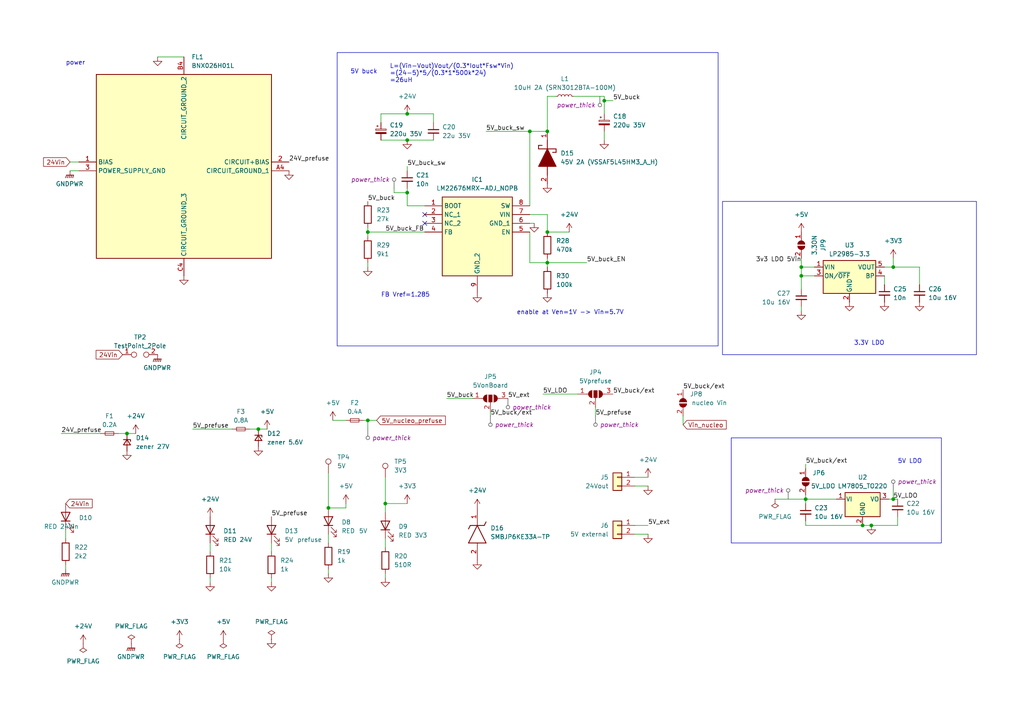
<source format=kicad_sch>
(kicad_sch (version 20230121) (generator eeschema)
  (paper "A4")
  (title_block (title "EP5 dashbaord left board") (date "2024-07-21") (rev "3.0") (company "NTURacing") (comment 1 "郭哲明") (comment 2 "electrical group"))
  (junction (at 118.11 55.88))
  (junction (at 106.68 67.31))
  (junction (at 95.25 147.32))
  (junction (at 175.26 29.21))
  (junction (at 153.67 38.1))
  (junction (at 259.08 77.47))
  (junction (at 158.75 38.1))
  (junction (at 74.93 124.46))
  (junction (at 232.41 80.01))
  (junction (at 232.41 77.47))
  (junction (at 118.11 33.02))
  (junction (at 158.75 76.2))
  (junction (at 106.68 121.92))
  (junction (at 252.73 152.4))
  (junction (at 259.08 144.78))
  (junction (at 233.68 144.78))
  (junction (at 36.83 125.73))
  (junction (at 111.76 146.05))
  (junction (at 250.19 152.4))
  (junction (at 118.11 40.64))
  (junction (at 158.75 67.31))
  (no_connect (at 123.19 64.77))
  (no_connect (at 123.19 62.23))
  (wire (pts (xy 74.93 124.46) (xy 72.39 124.46)))
  (wire (pts (xy 233.68 152.4) (xy 250.19 152.4)))
  (wire (pts (xy 60.96 168.91) (xy 60.96 167.64)))
  (wire (pts (xy 158.75 27.94) (xy 158.75 38.1)))
  (wire (pts (xy 110.49 33.02) (xy 118.11 33.02)))
  (wire (pts (xy 118.11 54.61) (xy 118.11 55.88)))
  (wire (pts (xy 187.96 140.97) (xy 184.15 140.97)))
  (wire (pts (xy 77.47 124.46) (xy 74.93 124.46)))
  (wire (pts (xy 175.26 38.1) (xy 175.26 40.64)))
  (wire (pts (xy 154.94 64.77) (xy 153.67 64.77)))
  (wire (pts (xy 125.73 35.56) (xy 125.73 33.02)))
  (wire (pts (xy 118.11 55.88) (xy 118.11 59.69)))
  (wire (pts (xy 177.8 29.21) (xy 175.26 29.21)))
  (wire (pts (xy 95.25 137.16) (xy 95.25 147.32)))
  (wire (pts (xy 184.15 152.4) (xy 187.96 152.4)))
  (wire (pts (xy 259.08 77.47) (xy 266.7 77.47)))
  (wire (pts (xy 78.74 160.02) (xy 78.74 157.48)))
  (wire (pts (xy 256.54 77.47) (xy 259.08 77.47)))
  (wire (pts (xy 118.11 146.05) (xy 111.76 146.05)))
  (wire (pts (xy 233.68 134.62) (xy 233.68 135.89)))
  (wire (pts (xy 252.73 152.4) (xy 260.35 152.4)))
  (wire (pts (xy 153.67 38.1) (xy 158.75 38.1)))
  (wire (pts (xy 39.37 125.73) (xy 36.83 125.73)))
  (wire (pts (xy 36.83 125.73) (xy 34.29 125.73)))
  (wire (pts (xy 111.76 146.05) (xy 111.76 148.59)))
  (wire (pts (xy 259.08 144.78) (xy 260.35 144.78)))
  (wire (pts (xy 232.41 80.01) (xy 236.22 80.01)))
  (wire (pts (xy 106.68 66.04) (xy 106.68 67.31)))
  (wire (pts (xy 106.68 121.92) (xy 105.41 121.92)))
  (wire (pts (xy 118.11 48.26) (xy 118.11 49.53)))
  (wire (pts (xy 232.41 80.01) (xy 232.41 83.82)))
  (wire (pts (xy 110.49 35.56) (xy 110.49 33.02)))
  (wire (pts (xy 125.73 33.02) (xy 118.11 33.02)))
  (wire (pts (xy 259.08 74.93) (xy 259.08 77.47)))
  (wire (pts (xy 158.75 76.2) (xy 158.75 77.47)))
  (wire (pts (xy 187.96 154.94) (xy 184.15 154.94)))
  (wire (pts (xy 166.37 27.94) (xy 175.26 27.94)))
  (wire (pts (xy 95.25 166.37) (xy 95.25 165.1)))
  (wire (pts (xy 100.33 146.05) (xy 100.33 147.32)))
  (wire (pts (xy 198.12 123.19) (xy 198.12 120.65)))
  (wire (pts (xy 100.33 147.32) (xy 95.25 147.32)))
  (wire (pts (xy 175.26 29.21) (xy 175.26 33.02)))
  (wire (pts (xy 158.75 76.2) (xy 170.18 76.2)))
  (wire (pts (xy 114.3 54.61) (xy 114.3 55.88)))
  (wire (pts (xy 111.76 167.64) (xy 111.76 166.37)))
  (wire (pts (xy 45.72 16.51) (xy 53.34 16.51)))
  (wire (pts (xy 20.32 46.99) (xy 22.86 46.99)))
  (wire (pts (xy 233.68 151.13) (xy 233.68 152.4)))
  (wire (pts (xy 142.24 120.65) (xy 142.24 119.38)))
  (wire (pts (xy 106.68 77.47) (xy 106.68 76.2)))
  (wire (pts (xy 172.72 120.65) (xy 172.72 118.11)))
  (wire (pts (xy 106.68 124.46) (xy 106.68 121.92)))
  (wire (pts (xy 20.32 49.53) (xy 22.86 49.53)))
  (wire (pts (xy 153.67 38.1) (xy 153.67 59.69)))
  (wire (pts (xy 118.11 59.69) (xy 123.19 59.69)))
  (wire (pts (xy 95.25 157.48) (xy 95.25 154.94)))
  (wire (pts (xy 153.67 76.2) (xy 158.75 76.2)))
  (wire (pts (xy 60.96 160.02) (xy 60.96 157.48)))
  (wire (pts (xy 184.15 138.43) (xy 187.96 138.43)))
  (wire (pts (xy 232.41 74.93) (xy 232.41 77.47)))
  (wire (pts (xy 250.19 152.4) (xy 252.73 152.4)))
  (wire (pts (xy 233.68 144.78) (xy 242.57 144.78)))
  (wire (pts (xy 118.11 40.64) (xy 110.49 40.64)))
  (wire (pts (xy 158.75 62.23) (xy 158.75 67.31)))
  (wire (pts (xy 111.76 138.43) (xy 111.76 146.05)))
  (wire (pts (xy 232.41 77.47) (xy 232.41 80.01)))
  (wire (pts (xy 78.74 168.91) (xy 78.74 167.64)))
  (wire (pts (xy 233.68 143.51) (xy 233.68 144.78)))
  (wire (pts (xy 233.68 146.05) (xy 233.68 144.78)))
  (wire (pts (xy 158.75 27.94) (xy 161.29 27.94)))
  (wire (pts (xy 260.35 149.86) (xy 260.35 152.4)))
  (wire (pts (xy 140.97 38.1) (xy 153.67 38.1)))
  (wire (pts (xy 114.3 55.88) (xy 118.11 55.88)))
  (wire (pts (xy 232.41 88.9) (xy 232.41 90.17)))
  (wire (pts (xy 153.67 67.31) (xy 153.67 76.2)))
  (wire (pts (xy 224.79 144.78) (xy 233.68 144.78)))
  (wire (pts (xy 175.26 27.94) (xy 175.26 29.21)))
  (wire (pts (xy 106.68 68.58) (xy 106.68 67.31)))
  (wire (pts (xy 157.48 114.3) (xy 167.64 114.3)))
  (wire (pts (xy 19.05 156.21) (xy 19.05 153.67)))
  (wire (pts (xy 55.88 124.46) (xy 67.31 124.46)))
  (wire (pts (xy 158.75 62.23) (xy 153.67 62.23)))
  (wire (pts (xy 96.52 121.92) (xy 100.33 121.92)))
  (wire (pts (xy 129.54 115.57) (xy 137.16 115.57)))
  (wire (pts (xy 17.78 125.73) (xy 29.21 125.73)))
  (wire (pts (xy 232.41 77.47) (xy 236.22 77.47)))
  (wire (pts (xy 165.1 67.31) (xy 158.75 67.31)))
  (wire (pts (xy 118.11 40.64) (xy 125.73 40.64)))
  (wire (pts (xy 257.81 144.78) (xy 259.08 144.78)))
  (wire (pts (xy 109.22 121.92) (xy 106.68 121.92)))
  (wire (pts (xy 111.76 158.75) (xy 111.76 156.21)))
  (wire (pts (xy 266.7 77.47) (xy 266.7 82.55)))
  (wire (pts (xy 158.75 76.2) (xy 158.75 74.93)))
  (wire (pts (xy 19.05 165.1) (xy 19.05 163.83)))
  (wire (pts (xy 256.54 82.55) (xy 256.54 80.01)))
  (wire (pts (xy 106.68 67.31) (xy 123.19 67.31)))
  (wire (pts (xy 259.08 142.24) (xy 259.08 144.78)))
  (rectangle (start 209.55 58.42) (end 283.21 102.87))
  (rectangle (start 97.79 15.24) (end 208.28 100.33))
  (rectangle (start 212.09 127) (end 273.05 157.48))
  (text "L=(Vin-Vout)Vout/(0.3*Iout*Fsw*Vin)\n=(24-5)*5/(0.3*1*500k*24)\n=26uH" (at 113.03 24.13 0) (effects (font (size 1.27 1.27)) (justify left bottom)))
  (text "enable at Ven=1V -> Vin=5.7V\n" (at 149.86 91.44 0) (effects (font (size 1.27 1.27)) (justify left bottom)))
  (text "5V LDO" (at 260.35 134.62 0) (effects (font (size 1.27 1.27)) (justify left bottom)))
  (text "5V buck" (at 101.6 21.59 0) (effects (font (size 1.27 1.27)) (justify left bottom)))
  (text "3.3V LDO" (at 247.65 100.33 0) (effects (font (size 1.27 1.27)) (justify left bottom)))
  (text "power" (at 19.05 19.05 0) (effects (font (size 1.27 1.27)) (justify left bottom)))
  (text "FB Vref=1.285" (at 110.49 86.36 0) (effects (font (size 1.27 1.27)) (justify left bottom)))
  (label "5V_buck_sw" (at 140.97 38.1 0))
  (label "5V_buck_EN" (at 170.18 76.2 0))
  (label "5V_buck" (at 106.68 58.42 0))
  (label "5V_ext" (at 187.96 152.4 0))
  (label "3v3 LDO 5Vin" (at 232.41 76.2 180))
  (label "5V_buck" (at 129.54 115.57 0))
  (label "5V_buck" (at 177.8 29.21 0))
  (label "5V_prefuse" (at 55.88 124.46 0))
  (label "24V_prefuse" (at 83.82 46.99 0))
  (label "5V_buck{slash}ext" (at 142.24 120.65 0))
  (label "5V_ext" (at 147.32 115.57 0))
  (label "5V_buck{slash}ext" (at 198.12 113.03 0))
  (label "5V_buck_sw" (at 118.11 48.26 0))
  (label "5V_buck_FB" (at 111.76 67.31 0))
  (label "5V_buck{slash}ext" (at 233.68 134.62 0))
  (label "5V_prefuse" (at 78.74 149.86 0))
  (label "24V_prefuse" (at 17.78 125.73 0))
  (label "5V_LDO" (at 259.08 144.78 0))
  (label "5V_buck{slash}ext" (at 177.8 114.3 0))
  (label "5V_prefuse" (at 172.72 120.65 0))
  (label "5V_LDO" (at 157.48 114.3 0))
  (global_label "24Vin" (shape input) (at 19.05 146.05 0) (property "Intersheetrefs" "${INTERSHEET_REFS}" (effects hide)))
  (global_label "24Vin" (shape input) (at 35.56 102.87 180) (property "Intersheetrefs" "${INTERSHEET_REFS}" (effects hide)))
  (global_label "5V_nucleo_prefuse" (shape input) (at 109.22 121.92 0) (property "Intersheetrefs" "${INTERSHEET_REFS}" (effects hide)))
  (global_label "Vin_nucleo" (shape input) (at 198.12 123.19 0) (property "Intersheetrefs" "${INTERSHEET_REFS}" (effects hide)))
  (global_label "24Vin" (shape input) (at 20.32 46.99 180) (property "Intersheetrefs" "${INTERSHEET_REFS}" (effects hide)))
  (netclass_flag "" (length 2.54) (shape round) (at 114.3 54.61 0) (property "Netclass" "power_thick" (at 113.03 52.07 0) (effects (font italic) (justify right))))
  (netclass_flag "" (length 2.54) (shape round) (at 142.24 120.65 180) (property "Netclass" "power_thick" (at 143.51 123.19 0) (effects (font italic) (justify left))))
  (netclass_flag "" (length 2.54) (shape round) (at 147.32 115.57 180) (property "Netclass" "power_thick" (at 148.59 118.11 0) (effects (font italic) (justify left))))
  (netclass_flag "" (length 2.54) (shape round) (at 106.68 124.46 180) (property "Netclass" "power_thick" (at 107.95 127 0) (effects (font italic) (justify left))))
  (netclass_flag "" (length 2.54) (shape round) (at 172.72 120.65 180) (property "Netclass" "power_thick" (at 173.99 123.19 0) (effects (font italic) (justify left))))
  (netclass_flag "" (length 2.54) (shape round) (at 259.08 142.24 0) (property "Netclass" "power_thick" (at 260.35 139.7 0) (effects (font italic) (justify left))))
  (netclass_flag "" (length 2.54) (shape round) (at 228.6 144.78 0) (property "Netclass" "power_thick" (at 227.33 142.24 0) (effects (font italic) (justify right))))
  (netclass_flag "" (length 2.54) (shape round) (at 173.99 27.94 180) (property "Netclass" "power_thick" (at 172.72 30.48 0) (effects (font italic) (justify right))))
  (symbol (lib_id "power:+5V") (at 96.52 121.92 0) (unit 1)
    (property "Reference" "#PWR070" (effects hide))
    (property "Value" "+5V" (at 96.52 116.84 0))
    (instances (project "EP5 dashboard DIYbox board2" (path "" (reference "#PWR070") (unit 1))) (project "rearbox_nucleo_1" (path "" (reference "#PWR017") (unit 1)) (path "" (reference "#PWR023") (unit 1))))
  )
  (symbol (lib_id "power:GND") (at 187.96 140.97 0) (unit 1)
    (property "Reference" "#PWR010" (effects hide))
    (property "Value" "GND" (effects hide))
    (instances (project "EP5 dashboard DIYbox board2" (path "" (reference "#PWR010") (unit 1))) (project "rearbox_nucleo_1" (path "" (reference "#PWR036") (unit 1)) (path "" (reference "#PWR027") (unit 1))))
  )
  (symbol (lib_id "Device:Fuse_Small") (at 31.75 125.73 0) (unit 1)
    (property "Reference" "F1" (at 31.75 120.65 0))
    (property "Value" "0.2A" (at 31.75 123.19 0))
    (property "Footprint" "Fuse:Fuse_2512_6332Metric_Pad1.52x3.35mm_HandSolder" (effects hide))
    (instances (project "EP5 dashboard DIYbox board2" (path "" (reference "F1") (unit 1))) (project "rearbox_nucleo_1" (path "" (reference "F2") (unit 1))))
  )
  (symbol (lib_id "Device:C_Small") (at 125.73 38.1 0) (unit 1)
    (property "Reference" "C20" (at 128.27 36.8363 0) (effects (justify left)))
    (property "Value" "22u 35V" (at 128.27 39.3763 0) (effects (justify left)))
    (property "Footprint" "Capacitor_SMD:C_1206_3216Metric" (effects hide))
    (instances (project "EP5 dashboard DIYbox board2" (path "" (reference "C20") (unit 1))) (project "rearbox_nucleo_1" (path "" (reference "C3") (unit 1))))
  )
  (symbol (lib_id "SamacSys_Parts:VSSAF5L45HM3_A_H") (at 158.75 35.56 270) (unit 1)
    (property "Reference" "D15" (at 162.56 44.45 90) (effects (justify left)))
    (property "Value" "45V 2A (VSSAF5L45HM3_A_H)" (at 162.56 46.99 90) (effects (justify left)))
    (property "Footprint" "SamacSys_Parts:SODFL5226X100N" (effects hide))
    (property "Datasheet" "https://www.vishay.com/docs/89934/vssaf5l45.pdf" (effects hide))
    (property "Height" "1" (effects hide))
    (property "Mouser Part Number" "78-VSSAF5L45HM3_A/H" (effects hide))
    (property "Mouser Price/Stock" "https://www.mouser.co.uk/ProductDetail/Vishay-General-Semiconductor/VSSAF5L45HM3_A-H?qs=Vcr9%2FL0R50j9URAPL4oknQ%3D%3D" (effects hide))
    (property "Manufacturer_Name" "Vishay" (effects hide))
    (property "Manufacturer_Part_Number" "VSSAF5L45HM3_A/H" (effects hide))
    (instances (project "EP5 dashboard DIYbox board2" (path "" (reference "D15") (unit 1))) (project "rearbox_nucleo_1" (path "" (reference "D2") (unit 1))))
  )
  (symbol (lib_id "Connector_Generic:Conn_01x02") (at 179.07 138.43 0) (mirror y) (unit 1)
    (property "Reference" "J5" (at 176.53 138.43 0) (effects (justify left)))
    (property "Value" "24Vout" (at 176.53 140.97 0) (effects (justify left)))
    (property "Footprint" "Connector_PinHeader_2.54mm:PinHeader_1x02_P2.54mm_Vertical" (effects hide))
    (instances (project "EP5 dashboard DIYbox board2" (path "" (reference "J5") (unit 1))) (project "rearbox_nucleo_1" (path "" (reference "J6") (unit 1)) (path "" (reference "J5") (unit 1))))
  )
  (symbol (lib_id "Device:R") (at 111.76 162.56 0) (unit 1)
    (property "Reference" "R20" (at 114.3 161.29 0) (effects (justify left)))
    (property "Value" "510R" (at 114.3 163.83 0) (effects (justify left)))
    (property "Footprint" "Resistor_SMD:R_0603_1608Metric" (effects hide))
    (instances (project "EP5 dashboard DIYbox board2" (path "" (reference "R20") (unit 1))) (project "rearbox_nucleo_1" (path "" (reference "R22") (unit 1)) (path "" (reference "R23") (unit 1))) (project "BMS_MASTER_STM32F105RC" (path "" (reference "R17") (unit 1))))
  )
  (symbol (lib_id "Device:R") (at 78.74 163.83 0) (unit 1)
    (property "Reference" "R24" (at 81.28 162.56 0) (effects (justify left)))
    (property "Value" "1k" (at 81.28 165.1 0) (effects (justify left)))
    (property "Footprint" "Resistor_SMD:R_0603_1608Metric" (effects hide))
    (instances (project "EP5 dashboard DIYbox board2" (path "" (reference "R24") (unit 1))) (project "rearbox_nucleo_1" (path "" (reference "R22") (unit 1)) (path "" (reference "R22") (unit 1))) (project "BMS_MASTER_STM32F105RC" (path "" (reference "R17") (unit 1))))
  )
  (symbol (lib_id "Device:LED") (at 60.96 153.67 90) (unit 1)
    (property "Reference" "D11" (at 64.77 153.9875 90) (effects (justify right)))
    (property "Value" "RED 24V" (at 64.77 156.5275 90) (effects (justify right)))
    (property "Footprint" "LED_SMD:LED_0603_1608Metric" (effects hide))
    (instances (project "EP5 dashboard DIYbox board2" (path "" (reference "D11") (unit 1))) (project "rearbox_nucleo_1" (path "" (reference "D7") (unit 1)) (path "" (reference "D5") (unit 1))) (project "BMS_MASTER_STM32F105RC" (path "" (reference "D1") (unit 1))))
  )
  (symbol (lib_id "power:+24V") (at 187.96 138.43 0) (unit 1)
    (property "Reference" "#PWR030" (effects hide))
    (property "Value" "+24V" (at 187.96 133.35 0))
    (instances (project "EP5 dashboard DIYbox board2" (path "" (reference "#PWR030") (unit 1))) (project "rearbox_nucleo_1" (path "" (reference "#PWR035") (unit 1)) (path "" (reference "#PWR034") (unit 1))))
  )
  (symbol (lib_id "Device:D_Zener_Small") (at 74.93 127 270) (unit 1)
    (property "Reference" "D12" (at 77.47 125.73 90) (effects (justify left)))
    (property "Value" "zener 5.6V" (at 77.47 128.27 90) (effects (justify left)))
    (property "Footprint" "Diode_SMD:D_MiniMELF" (effects hide))
    (instances (project "EP5 dashboard DIYbox board2" (path "" (reference "D12") (unit 1))) (project "rearbox_nucleo_1" (path "" (reference "D1") (unit 1))))
  )
  (symbol (lib_id "power:GND") (at 138.43 162.56 0) (unit 1)
    (property "Reference" "#PWR093" (effects hide))
    (property "Value" "GND" (effects hide))
    (instances (project "EP5 dashboard DIYbox board2" (path "" (reference "#PWR093") (unit 1))) (project "rearbox_nucleo_1" (path "" (reference "#PWR036") (unit 1)) (path "" (reference "#PWR038") (unit 1))))
  )
  (symbol (lib_id "Device:R") (at 158.75 81.28 0) (unit 1)
    (property "Reference" "R30" (at 161.29 80.01 0) (effects (justify left)))
    (property "Value" "100k" (at 161.29 82.55 0) (effects (justify left)))
    (property "Footprint" "Resistor_SMD:R_0603_1608Metric" (effects hide))
    (instances (project "EP5 dashboard DIYbox board2" (path "" (reference "R30") (unit 1))) (project "rearbox_nucleo_1" (path "" (reference "R4") (unit 1)) (path "" (reference "R22") (unit 1))) (project "BMS_MASTER_STM32F105RC" (path "" (reference "R17") (unit 1))))
  )
  (symbol (lib_id "Device:LED") (at 95.25 151.13 90) (unit 1)
    (property "Reference" "D8" (at 99.06 151.4475 90) (effects (justify right)))
    (property "Value" "RED　5V" (at 99.06 153.9875 90) (effects (justify right)))
    (property "Footprint" "LED_SMD:LED_0603_1608Metric" (effects hide))
    (instances (project "EP5 dashboard DIYbox board2" (path "" (reference "D8") (unit 1))) (project "rearbox_nucleo_1" (path "" (reference "D5") (unit 1)) (path "" (reference "D7") (unit 1))) (project "BMS_MASTER_STM32F105RC" (path "" (reference "D1") (unit 1))))
  )
  (symbol (lib_id "Device:D_Zener_Small") (at 36.83 128.27 270) (unit 1)
    (property "Reference" "D14" (at 39.37 127 90) (effects (justify left)))
    (property "Value" "zener 27V" (at 39.37 129.54 90) (effects (justify left)))
    (property "Footprint" "Diode_SMD:D_MiniMELF" (effects hide))
    (instances (project "EP5 dashboard DIYbox board2" (path "" (reference "D14") (unit 1))) (project "rearbox_nucleo_1" (path "" (reference "D1") (unit 1))))
  )
  (symbol (lib_id "Regulator_Linear:LP2985-3.3") (at 246.38 80.01 0) (unit 1)
    (property "Reference" "U3" (at 246.38 71.12 0))
    (property "Value" "LP2985-3.3" (at 246.38 73.66 0))
    (property "Footprint" "Package_TO_SOT_SMD:SOT-23-5" (effects hide))
    (property "Datasheet" "http://www.ti.com/lit/ds/symlink/lp2985.pdf" (effects hide))
    (instances (project "EP5 dashboard DIYbox board2" (path "" (reference "U3") (unit 1))) (project "rearbox_nucleo_1" (path "" (reference "U2") (unit 1))) (project "power board" (path "" (reference "U1") (unit 1)) (path "" (reference "U1") (unit 1))))
  )
  (symbol (lib_id "Connector:TestPoint") (at 111.76 138.43 0) (unit 1)
    (property "Reference" "TP5" (at 114.3 133.858 0) (effects (justify left)))
    (property "Value" "3V3" (at 114.3 136.398 0) (effects (justify left)))
    (property "Footprint" "TestPoint:TestPoint_Pad_D1.0mm" (effects hide))
    (instances (project "EP5 dashboard DIYbox board2" (path "" (reference "TP5") (unit 1))) (project "rearbox_nucleo_1" (path "" (reference "TP1") (unit 1)) (path "" (reference "TP5") (unit 1))))
  )
  (symbol (lib_id "power:GND") (at 95.25 166.37 0) (unit 1)
    (property "Reference" "#PWR045" (effects hide))
    (property "Value" "GND" (effects hide))
    (instances (project "EP5 dashboard DIYbox board2" (path "" (reference "#PWR045") (unit 1))) (project "rearbox_nucleo_1" (path "" (reference "#PWR0104") (unit 1)) (path "" (reference "#PWR0100") (unit 1))) (project "BMS_MASTER_STM32F105RC" (path "" (reference "#PWR080") (unit 1))))
  )
  (symbol (lib_id "Device:LED") (at 19.05 149.86 90) (unit 1)
    (property "Reference" "D10" (at 22.86 150.1775 90) (effects (justify right)))
    (property "Value" "RED 24Vin" (at 22.86 152.7175 90) (effects (justify left)))
    (property "Footprint" "LED_SMD:LED_0603_1608Metric" (effects hide))
    (instances (project "EP5 dashboard DIYbox board2" (path "" (reference "D10") (unit 1)) (path "" (reference "D10") (unit 1))) (project "rearbox_nucleo_1" (path "" (reference "D7") (unit 1)) (path "" (reference "D5") (unit 1))) (project "BMS_MASTER_STM32F105RC" (path "" (reference "D1") (unit 1))))
  )
  (symbol (lib_id "power:GND") (at 60.96 168.91 0) (unit 1)
    (property "Reference" "#PWR081" (effects hide))
    (property "Value" "GND" (effects hide))
    (instances (project "EP5 dashboard DIYbox board2" (path "" (reference "#PWR081") (unit 1))) (project "rearbox_nucleo_1" (path "" (reference "#PWR0104") (unit 1)) (path "" (reference "#PWR0100") (unit 1))) (project "BMS_MASTER_STM32F105RC" (path "" (reference "#PWR080") (unit 1))))
  )
  (symbol (lib_id "Device:R") (at 19.05 160.02 0) (unit 1)
    (property "Reference" "R22" (at 21.59 158.75 0) (effects (justify left)))
    (property "Value" "2k2" (at 21.59 161.29 0) (effects (justify left)))
    (property "Footprint" "Resistor_SMD:R_0603_1608Metric" (effects hide))
    (instances (project "EP5 dashboard DIYbox board2" (path "" (reference "R22") (unit 1)) (path "" (reference "R24") (unit 1))) (project "rearbox_nucleo_1" (path "" (reference "R49") (unit 1)) (path "" (reference "R21") (unit 1))) (project "BMS_MASTER_STM32F105RC" (path "" (reference "R17") (unit 1))))
  )
  (symbol (lib_id "Device:LED") (at 111.76 152.4 90) (unit 1)
    (property "Reference" "D9" (at 115.57 152.7175 90) (effects (justify right)))
    (property "Value" "RED 3V3" (at 115.57 155.2575 90) (effects (justify right)))
    (property "Footprint" "LED_SMD:LED_0603_1608Metric" (effects hide))
    (instances (project "EP5 dashboard DIYbox board2" (path "" (reference "D9") (unit 1))) (project "rearbox_nucleo_1" (path "" (reference "D5") (unit 1)) (path "" (reference "D9") (unit 1))) (project "BMS_MASTER_STM32F105RC" (path "" (reference "D1") (unit 1))))
  )
  (symbol (lib_id "power:GND") (at 154.94 64.77 0) (unit 1)
    (property "Reference" "#PWR068" (effects hide))
    (property "Value" "GND" (effects hide))
    (instances (project "EP5 dashboard DIYbox board2" (path "" (reference "#PWR068") (unit 1))) (project "rearbox_nucleo_1" (path "" (reference "#PWR036") (unit 1)) (path "" (reference "#PWR032") (unit 1))))
  )
  (symbol (lib_id "power:GND") (at 158.75 85.09 0) (unit 1)
    (property "Reference" "#PWR087" (effects hide))
    (property "Value" "GND" (effects hide))
    (instances (project "EP5 dashboard DIYbox board2" (path "" (reference "#PWR087") (unit 1))) (project "rearbox_nucleo_1" (path "" (reference "#PWR036") (unit 1)) (path "" (reference "#PWR037") (unit 1))))
  )
  (symbol (lib_id "power:GNDPWR") (at 20.32 49.53 0) (unit 1)
    (property "Reference" "#PWR052" (effects hide))
    (property "Value" "GNDPWR" (at 20.193 53.34 0))
  )
  (symbol (lib_id "power:GND") (at 45.72 16.51 0) (unit 1)
    (property "Reference" "#PWR051" (effects hide))
    (property "Value" "GND" (effects hide))
    (instances (project "EP5 dashboard DIYbox board2" (path "" (reference "#PWR051") (unit 1))) (project "rearbox_nucleo_1" (path "" (reference "#PWR067") (unit 1))) (project "BMS_MASTER_STM32F105RC" (path "" (reference "#PWR017") (unit 1))))
  )
  (symbol (lib_id "power:GND") (at 78.74 185.42 0) (unit 1)
    (property "Reference" "#PWR060" (effects hide))
    (property "Value" "GND" (effects hide))
    (instances (project "EP5 dashboard DIYbox board2" (path "" (reference "#PWR060") (unit 1)) (path "" (reference "#PWR056") (unit 1))))
  )
  (symbol (lib_id "power:GND") (at 74.93 129.54 0) (unit 1)
    (property "Reference" "#PWR072" (effects hide))
    (property "Value" "GND" (effects hide))
    (instances (project "EP5 dashboard DIYbox board2" (path "" (reference "#PWR072") (unit 1))) (project "rearbox_nucleo_1" (path "" (reference "#PWR0110") (unit 1))))
  )
  (symbol (lib_id "power:GND") (at 53.34 80.01 0) (unit 1)
    (property "Reference" "#PWR050" (effects hide))
    (property "Value" "GND" (effects hide))
    (instances (project "EP5 dashboard DIYbox board2" (path "" (reference "#PWR050") (unit 1))) (project "rearbox_nucleo_1" (path "" (reference "#PWR067") (unit 1))) (project "BMS_MASTER_STM32F105RC" (path "" (reference "#PWR017") (unit 1))))
  )
  (symbol (lib_id "Device:C_Small") (at 256.54 85.09 0) (unit 1)
    (property "Reference" "C25" (at 259.08 83.8263 0) (effects (justify left)))
    (property "Value" "10n" (at 259.08 86.3663 0) (effects (justify left)))
    (property "Footprint" "Capacitor_SMD:C_0603_1608Metric" (effects hide))
    (instances (project "EP5 dashboard DIYbox board2" (path "" (reference "C25") (unit 1))) (project "rearbox_nucleo_1" (path "" (reference "C5") (unit 1))) (project "power board" (path "" (reference "C7") (unit 1)) (path "" (reference "C7") (unit 1))))
  )
  (symbol (lib_id "power:+24V") (at 165.1 67.31 0) (unit 1)
    (property "Reference" "#PWR069" (effects hide))
    (property "Value" "+24V" (at 165.1 62.23 0))
    (instances (project "EP5 dashboard DIYbox board2" (path "" (reference "#PWR069") (unit 1))) (project "rearbox_nucleo_1" (path "" (reference "#PWR035") (unit 1)) (path "" (reference "#PWR033") (unit 1))))
  )
  (symbol (lib_id "Device:Fuse_Small") (at 102.87 121.92 0) (unit 1)
    (property "Reference" "F2" (at 102.87 116.84 0))
    (property "Value" "0.4A" (at 102.87 119.38 0))
    (property "Footprint" "Fuse:Fuse_2512_6332Metric_Pad1.52x3.35mm_HandSolder" (effects hide))
  )
  (symbol (lib_id "Device:R") (at 106.68 72.39 0) (unit 1)
    (property "Reference" "R29" (at 109.22 71.12 0) (effects (justify left)))
    (property "Value" "9k1" (at 109.22 73.66 0) (effects (justify left)))
    (property "Footprint" "Resistor_SMD:R_0603_1608Metric" (effects hide))
    (instances (project "EP5 dashboard DIYbox board2" (path "" (reference "R29") (unit 1))) (project "rearbox_nucleo_1" (path "" (reference "R3") (unit 1)) (path "" (reference "R22") (unit 1))) (project "BMS_MASTER_STM32F105RC" (path "" (reference "R17") (unit 1))))
  )
  (symbol (lib_id "Device:R") (at 95.25 161.29 0) (unit 1)
    (property "Reference" "R19" (at 97.79 160.02 0) (effects (justify left)))
    (property "Value" "1k" (at 97.79 162.56 0) (effects (justify left)))
    (property "Footprint" "Resistor_SMD:R_0603_1608Metric" (effects hide))
    (instances (project "EP5 dashboard DIYbox board2" (path "" (reference "R19") (unit 1))) (project "rearbox_nucleo_1" (path "" (reference "R22") (unit 1)) (path "" (reference "R22") (unit 1))) (project "BMS_MASTER_STM32F105RC" (path "" (reference "R17") (unit 1))))
  )
  (symbol (lib_id "Device:C_Small") (at 266.7 85.09 0) (unit 1)
    (property "Reference" "C26" (at 269.24 83.82 0) (effects (justify left)))
    (property "Value" "10u 16V" (at 269.24 86.36 0) (effects (justify left)))
    (property "Footprint" "Capacitor_SMD:C_0805_2012Metric" (effects hide))
    (instances (project "EP5 dashboard DIYbox board2" (path "" (reference "C26") (unit 1))) (project "rearbox_nucleo_1" (path "" (reference "C6") (unit 1))) (project "power board" (path "" (reference "C8") (unit 1)) (path "" (reference "C8") (unit 1))))
  )
  (symbol (lib_id "power:+24V") (at 39.37 125.73 0) (unit 1)
    (property "Reference" "#PWR048" (effects hide))
    (property "Value" "+24V" (at 39.37 120.65 0))
    (instances (project "EP5 dashboard DIYbox board2" (path "" (reference "#PWR048") (unit 1)) (path "" (reference "#PWR05") (unit 1))))
  )
  (symbol (lib_id "power:GNDPWR") (at 19.05 165.1 0) (unit 1)
    (property "Reference" "#PWR042" (effects hide))
    (property "Value" "GNDPWR" (at 18.923 168.91 0))
  )
  (symbol (lib_id "Connector_Generic:Conn_01x02") (at 179.07 152.4 0) (mirror y) (unit 1)
    (property "Reference" "J6" (at 176.53 152.4 0) (effects (justify left)))
    (property "Value" "5V external" (at 176.53 154.94 0) (effects (justify left)))
    (property "Footprint" "Connector_JST:JST_XH_B2B-XH-A_1x02_P2.50mm_Vertical" (effects hide))
  )
  (symbol (lib_id "Device:C_Small") (at 232.41 86.36 0) (mirror y) (unit 1)
    (property "Reference" "C27" (at 229.235 85.09 0) (effects (justify left)))
    (property "Value" "10u 16V" (at 229.235 87.63 0) (effects (justify left)))
    (property "Footprint" "Capacitor_SMD:C_0805_2012Metric" (effects hide))
    (instances (project "EP5 dashboard DIYbox board2" (path "" (reference "C27") (unit 1))) (project "rearbox_nucleo_1" (path "" (reference "C7") (unit 1))) (project "power board" (path "" (reference "C10") (unit 1)) (path "" (reference "C10") (unit 1))))
  )
  (symbol (lib_id "Jumper:SolderJumper_3_Open") (at 172.72 114.3 0) (unit 1)
    (property "Reference" "JP4" (at 172.72 107.95 0))
    (property "Value" "5Vprefuse" (at 172.72 110.49 0))
    (property "Footprint" "Jumper:SolderJumper-3_P1.3mm_Open_Pad1.0x1.5mm_NumberLabels" (effects hide))
    (instances (project "EP5 dashboard DIYbox board2" (path "" (reference "JP4") (unit 1))) (project "rearbox_nucleo_1" (path "" (reference "JP1") (unit 1)) (path "" (reference "JP1") (unit 1))))
  )
  (symbol (lib_id "power:GND") (at 266.7 87.63 0) (unit 1)
    (property "Reference" "#PWR097" (effects hide))
    (property "Value" "GND" (effects hide))
    (instances (project "EP5 dashboard DIYbox board2" (path "" (reference "#PWR097") (unit 1))) (project "rearbox_nucleo_1" (path "" (reference "#PWR043") (unit 1))) (project "power board" (path "" (reference "#PWR032") (unit 1)) (path "" (reference "#PWR032") (unit 1))))
  )
  (symbol (lib_id "power:GNDPWR") (at 38.1 186.69 0) (unit 1)
    (property "Reference" "#PWR057" (effects hide))
    (property "Value" "GNDPWR" (at 37.973 190.5 0))
    (instances (project "EP5 dashboard DIYbox board2" (path "" (reference "#PWR057") (unit 1)) (path "" (reference "#PWR058") (unit 1))))
  )
  (symbol (lib_id "power:+5V") (at 64.77 185.42 0) (unit 1)
    (property "Reference" "#PWR059" (effects hide))
    (property "Value" "+5V" (at 64.77 180.34 0))
    (instances (project "EP5 dashboard DIYbox board2" (path "" (reference "#PWR059") (unit 1)) (path "" (reference "#PWR032") (unit 1))))
  )
  (symbol (lib_id "power:GND") (at 246.38 87.63 0) (unit 1)
    (property "Reference" "#PWR095" (effects hide))
    (property "Value" "GND" (effects hide))
    (instances (project "EP5 dashboard DIYbox board2" (path "" (reference "#PWR095") (unit 1))) (project "rearbox_nucleo_1" (path "" (reference "#PWR041") (unit 1))) (project "power board" (path "" (reference "#PWR030") (unit 1)) (path "" (reference "#PWR030") (unit 1))))
  )
  (symbol (lib_id "Jumper:SolderJumper_3_Open") (at 142.24 115.57 0) (unit 1)
    (property "Reference" "JP5" (at 142.24 109.22 0))
    (property "Value" "5VonBoard" (at 142.24 111.76 0))
    (property "Footprint" "Jumper:SolderJumper-3_P1.3mm_Open_Pad1.0x1.5mm_NumberLabels" (effects hide))
    (instances (project "EP5 dashboard DIYbox board2" (path "" (reference "JP5") (unit 1))) (project "rearbox_nucleo_1" (path "" (reference "JP1") (unit 1)) (path "" (reference "JP2") (unit 1))))
  )
  (symbol (lib_id "Jumper:SolderJumper_2_Open") (at 233.68 139.7 90) (mirror x) (unit 1)
    (property "Reference" "JP6" (at 237.49 137.16 90))
    (property "Value" "5V_LDO" (at 238.76 140.97 90))
    (property "Footprint" "Jumper:SolderJumper-2_P1.3mm_Open_Pad1.0x1.5mm" (effects hide))
    (instances (project "EP5 dashboard DIYbox board2" (path "" (reference "JP6") (unit 1))) (project "rearbox_nucleo_1" (path "" (reference "JP3") (unit 1)) (path "" (reference "JP9") (unit 1)) (path "" (reference "JP4") (unit 1))))
  )
  (symbol (lib_id "Device:LED") (at 78.74 153.67 90) (unit 1)
    (property "Reference" "D13" (at 82.55 153.9875 90) (effects (justify right)))
    (property "Value" "5V　prefuse" (at 82.55 156.5275 90) (effects (justify right)))
    (property "Footprint" "LED_SMD:LED_0603_1608Metric" (effects hide))
    (instances (project "EP5 dashboard DIYbox board2" (path "" (reference "D13") (unit 1))) (project "rearbox_nucleo_1" (path "" (reference "D5") (unit 1)) (path "" (reference "D7") (unit 1))) (project "BMS_MASTER_STM32F105RC" (path "" (reference "D1") (unit 1))))
  )
  (symbol (lib_id "Device:R") (at 158.75 71.12 0) (unit 1)
    (property "Reference" "R28" (at 161.29 69.85 0) (effects (justify left)))
    (property "Value" "470k" (at 161.29 72.39 0) (effects (justify left)))
    (property "Footprint" "Resistor_SMD:R_0603_1608Metric" (effects hide))
    (instances (project "EP5 dashboard DIYbox board2" (path "" (reference "R28") (unit 1))) (project "rearbox_nucleo_1" (path "" (reference "R2") (unit 1)) (path "" (reference "R22") (unit 1))) (project "BMS_MASTER_STM32F105RC" (path "" (reference "R17") (unit 1))))
  )
  (symbol (lib_id "power:+3V3") (at 118.11 146.05 0) (unit 1)
    (property "Reference" "#PWR048" (effects hide))
    (property "Value" "+3V3" (at 118.11 140.97 0))
    (instances (project "EP5 dashboard DIYbox board2" (path "" (reference "#PWR048") (unit 1))) (project "rearbox_nucleo_1" (path "" (reference "#PWR0104") (unit 1))))
  )
  (symbol (lib_id "Jumper:SolderJumper_2_Open") (at 232.41 71.12 90) (mirror x) (unit 1)
    (property "Reference" "JP9" (at 238.76 71.12 0))
    (property "Value" "3.3ON" (at 236.22 71.12 0))
    (property "Footprint" "Jumper:SolderJumper-2_P1.3mm_Open_Pad1.0x1.5mm" (effects hide))
    (instances (project "EP5 dashboard DIYbox board2" (path "" (reference "JP9") (unit 1))) (project "rearbox_nucleo_1" (path "" (reference "JP3") (unit 1)) (path "" (reference "JP9") (unit 1)) (path "" (reference "JP3") (unit 1))))
  )
  (symbol (lib_id "power:GND") (at 83.82 49.53 0) (unit 1)
    (property "Reference" "#PWR047" (effects hide))
    (property "Value" "GND" (effects hide))
    (instances (project "EP5 dashboard DIYbox board2" (path "" (reference "#PWR047") (unit 1))) (project "rearbox_nucleo_1" (path "" (reference "#PWR067") (unit 1))) (project "BMS_MASTER_STM32F105RC" (path "" (reference "#PWR017") (unit 1))))
  )
  (symbol (lib_id "power:GNDPWR") (at 45.72 102.87 0) (unit 1)
    (property "Reference" "#PWR099" (effects hide))
    (property "Value" "GNDPWR" (at 45.593 106.68 0))
    (instances (project "EP5 dashboard DIYbox board2" (path "" (reference "#PWR099") (unit 1)) (path "" (reference "#PWR042") (unit 1))))
  )
  (symbol (lib_id "power:+24V") (at 138.43 147.32 0) (unit 1)
    (property "Reference" "#PWR083" (effects hide))
    (property "Value" "+24V" (at 138.43 142.24 0))
    (instances (project "EP5 dashboard DIYbox board2" (path "" (reference "#PWR083") (unit 1))) (project "rearbox_nucleo_1" (path "" (reference "#PWR035") (unit 1)) (path "" (reference "#PWR034") (unit 1))))
  )
  (symbol (lib_id "Jumper:SolderJumper_2_Open") (at 198.12 116.84 90) (mirror x) (unit 1)
    (property "Reference" "JP8" (at 201.93 114.3 90))
    (property "Value" "nucleo Vin" (at 205.74 116.84 90))
    (property "Footprint" "Jumper:SolderJumper-2_P1.3mm_Open_Pad1.0x1.5mm" (effects hide))
    (instances (project "EP5 dashboard DIYbox board2" (path "" (reference "JP8") (unit 1)) (path "" (reference "JP8") (unit 1))) (project "rearbox_nucleo_1" (path "" (reference "JP3") (unit 1)) (path "" (reference "JP9") (unit 1)) (path "" (reference "JP4") (unit 1))))
  )
  (symbol (lib_id "Device:L_Small") (at 163.83 27.94 90) (unit 1)
    (property "Reference" "L1" (at 163.83 22.86 90))
    (property "Value" "10uH 2A (SRN3012BTA-100M)" (at 163.83 25.4 90))
    (property "Footprint" "SamacSys_Parts:SRN3012BTA100M" (effects hide))
    (instances (project "EP5 dashboard DIYbox board2" (path "" (reference "L1") (unit 1))) (project "rearbox_nucleo_1" (path "" (reference "L1") (unit 1)) (path "" (reference "L2") (unit 1))))
  )
  (symbol (lib_id "power:GND") (at 232.41 90.17 0) (unit 1)
    (property "Reference" "#PWR098" (effects hide))
    (property "Value" "GND" (effects hide))
    (instances (project "EP5 dashboard DIYbox board2" (path "" (reference "#PWR098") (unit 1))) (project "rearbox_nucleo_1" (path "" (reference "#PWR044") (unit 1))) (project "power board" (path "" (reference "#PWR036") (unit 1)) (path "" (reference "#PWR036") (unit 1))))
  )
  (symbol (lib_id "SamacSys_Parts:BNX026H01L") (at 22.86 46.99 0) (unit 1)
    (property "Reference" "FL1" (at 55.5341 16.51 0) (effects (justify left)))
    (property "Value" "BNX026H01L" (at 55.5341 19.05 0) (effects (justify left)))
    (property "Footprint" "SamacSys_Parts:BNX024H01K" (effects hide))
    (property "Datasheet" "https://www.murata.com/en-us/products/productdetail?partno=BNX026H01%23" (effects hide))
    (property "Height" "3.7" (effects hide))
    (property "Mouser Part Number" "81-BNX026H01L" (effects hide))
    (property "Mouser Price/Stock" "https://www.mouser.co.uk/ProductDetail/Murata-Electronics/BNX026H01L?qs=zU3EaVYbc3y78A%2FfsSIPhQ%3D%3D" (effects hide))
    (property "Manufacturer_Name" "Murata Electronics" (effects hide))
    (property "Manufacturer_Part_Number" "BNX026H01L" (effects hide))
  )
  (symbol (lib_id "Connector:TestPoint") (at 95.25 137.16 0) (unit 1)
    (property "Reference" "TP4" (at 97.79 132.588 0) (effects (justify left)))
    (property "Value" "5V" (at 97.79 135.128 0) (effects (justify left)))
    (property "Footprint" "TestPoint:TestPoint_Pad_D1.0mm" (effects hide))
    (instances (project "EP5 dashboard DIYbox board2" (path "" (reference "TP4") (unit 1))) (project "rearbox_nucleo_1" (path "" (reference "TP1") (unit 1)) (path "" (reference "TP5") (unit 1))))
  )
  (symbol (lib_id "SamacSys_Parts:LM22676MRX-ADJ_NOPB") (at 123.19 59.69 0) (unit 1)
    (property "Reference" "IC1" (at 138.43 52.07 0))
    (property "Value" "LM22676MRX-ADJ_NOPB" (at 138.43 54.61 0))
    (property "Footprint" "SamacSys_Parts:SOIC127P600X170-9N" (effects hide))
    (property "Datasheet" "http://www.ti.com/lit/gpn/lm22676" (effects hide))
    (property "Height" "1.7" (effects hide))
    (property "Mouser Part Number" "926-LM22676MRXADJNPB" (effects hide))
    (property "Mouser Price/Stock" "https://www.mouser.co.uk/ProductDetail/Texas-Instruments/LM22676MRX-ADJ-NOPB?qs=X1J7HmVL2ZEiVxL5gtCClA%3D%3D" (effects hide))
    (property "Manufacturer_Name" "Texas Instruments" (effects hide))
    (property "Manufacturer_Part_Number" "LM22676MRX-ADJ/NOPB" (effects hide))
  )
  (symbol (lib_id "power:PWR_FLAG") (at 24.13 186.69 0) (mirror x) (unit 1)
    (property "Reference" "#FLG02" (effects hide))
    (property "Value" "PWR_FLAG" (at 24.13 191.77 0))
    (instances (project "EP5 dashboard DIYbox board2" (path "" (reference "#FLG02") (unit 1)) (path "" (reference "#FLG04") (unit 1))))
  )
  (symbol (lib_id "Device:C_Small") (at 233.68 148.59 0) (unit 1)
    (property "Reference" "C23" (at 236.22 147.3263 0) (effects (justify left)))
    (property "Value" "10u 16V" (at 236.22 149.8663 0) (effects (justify left)))
    (property "Footprint" "Capacitor_SMD:C_0805_2012Metric" (effects hide))
    (instances (project "EP5 dashboard DIYbox board2" (path "" (reference "C23") (unit 1))) (project "rearbox_nucleo_1" (path "" (reference "C8") (unit 1)) (path "" (reference "C1") (unit 1)) (path "" (reference "C1") (unit 1)) (path "" (reference "C1") (unit 1)) (path "" (reference "C9") (unit 1))))
  )
  (symbol (lib_id "Connector:TestPoint_2Pole") (at 40.64 102.87 0) (unit 1)
    (property "Reference" "TP2" (at 40.64 97.79 0))
    (property "Value" "TestPoint_2Pole" (at 40.64 100.33 0))
    (property "Footprint" "TestPoint:TestPoint_2Pads_Pitch5.08mm_Drill1.3mm" (effects hide))
  )
  (symbol (lib_id "power:+5V") (at 77.47 124.46 0) (unit 1)
    (property "Reference" "#PWR071" (effects hide))
    (property "Value" "+5V" (at 77.47 119.38 0))
    (instances (project "EP5 dashboard DIYbox board2" (path "" (reference "#PWR071") (unit 1))) (project "rearbox_nucleo_1" (path "" (reference "#PWR017") (unit 1)) (path "" (reference "#PWR023") (unit 1))))
  )
  (symbol (lib_id "power:GND") (at 158.75 53.34 0) (unit 1)
    (property "Reference" "#PWR067" (effects hide))
    (property "Value" "GND" (effects hide))
    (instances (project "EP5 dashboard DIYbox board2" (path "" (reference "#PWR067") (unit 1))) (project "rearbox_nucleo_1" (path "" (reference "#PWR036") (unit 1)) (path "" (reference "#PWR031") (unit 1))))
  )
  (symbol (lib_id "power:GND") (at 111.76 167.64 0) (unit 1)
    (property "Reference" "#PWR049" (effects hide))
    (property "Value" "GND" (effects hide))
    (instances (project "EP5 dashboard DIYbox board2" (path "" (reference "#PWR049") (unit 1))) (project "rearbox_nucleo_1" (path "" (reference "#PWR0104") (unit 1)) (path "" (reference "#PWR0128") (unit 1))) (project "BMS_MASTER_STM32F105RC" (path "" (reference "#PWR080") (unit 1))))
  )
  (symbol (lib_id "power:+3V3") (at 52.07 185.42 0) (unit 1)
    (property "Reference" "#PWR058" (effects hide))
    (property "Value" "+3V3" (at 52.07 180.34 0))
    (instances (project "EP5 dashboard DIYbox board2" (path "" (reference "#PWR058") (unit 1)) (path "" (reference "#PWR031") (unit 1))))
  )
  (symbol (lib_id "power:+24V") (at 118.11 33.02 0) (unit 1)
    (property "Reference" "#PWR064" (effects hide))
    (property "Value" "+24V" (at 118.11 27.94 0))
    (instances (project "EP5 dashboard DIYbox board2" (path "" (reference "#PWR064") (unit 1))) (project "rearbox_nucleo_1" (path "" (reference "#PWR035") (unit 1)) (path "" (reference "#PWR025") (unit 1))))
  )
  (symbol (lib_id "Device:R") (at 60.96 163.83 0) (unit 1)
    (property "Reference" "R21" (at 63.5 162.56 0) (effects (justify left)))
    (property "Value" "10k" (at 63.5 165.1 0) (effects (justify left)))
    (property "Footprint" "Resistor_SMD:R_0603_1608Metric" (effects hide))
    (instances (project "EP5 dashboard DIYbox board2" (path "" (reference "R21") (unit 1))) (project "rearbox_nucleo_1" (path "" (reference "R22") (unit 1)) (path "" (reference "R22") (unit 1))) (project "BMS_MASTER_STM32F105RC" (path "" (reference "R17") (unit 1))))
  )
  (symbol (lib_id "power:GND") (at 175.26 40.64 0) (unit 1)
    (property "Reference" "#PWR066" (effects hide))
    (property "Value" "GND" (effects hide))
    (instances (project "EP5 dashboard DIYbox board2" (path "" (reference "#PWR066") (unit 1))) (project "rearbox_nucleo_1" (path "" (reference "#PWR036") (unit 1)) (path "" (reference "#PWR029") (unit 1))))
  )
  (symbol (lib_id "Device:C_Polarized_Small") (at 110.49 38.1 0) (unit 1)
    (property "Reference" "C19" (at 113.03 36.2839 0) (effects (justify left)))
    (property "Value" "220u 35V" (at 113.03 38.8239 0) (effects (justify left)))
    (property "Footprint" "Capacitor_THT:CP_Radial_D8.0mm_P3.80mm" (effects hide))
    (instances (project "EP5 dashboard DIYbox board2" (path "" (reference "C19") (unit 1))) (project "rearbox_nucleo_1" (path "" (reference "C2") (unit 1)) (path "" (reference "C26") (unit 1)) (path "" (reference "C2") (unit 1))))
  )
  (symbol (lib_id "power:GND") (at 252.73 152.4 0) (unit 1)
    (property "Reference" "#PWR094" (effects hide))
    (property "Value" "GND" (effects hide))
    (instances (project "EP5 dashboard DIYbox board2" (path "" (reference "#PWR094") (unit 1))) (project "rearbox_nucleo_1" (path "" (reference "#PWR036") (unit 1)) (path "" (reference "#PWR051") (unit 1))))
  )
  (symbol (lib_id "power:PWR_FLAG") (at 52.07 185.42 0) (mirror x) (unit 1)
    (property "Reference" "#FLG03" (effects hide))
    (property "Value" "PWR_FLAG" (at 52.07 190.5 0))
    (instances (project "EP5 dashboard DIYbox board2" (path "" (reference "#FLG03") (unit 1)) (path "" (reference "#FLG01") (unit 1))))
  )
  (symbol (lib_id "Device:R") (at 106.68 62.23 0) (unit 1)
    (property "Reference" "R23" (at 109.22 60.96 0) (effects (justify left)))
    (property "Value" "27k" (at 109.22 63.5 0) (effects (justify left)))
    (property "Footprint" "Resistor_SMD:R_0603_1608Metric" (effects hide))
    (instances (project "EP5 dashboard DIYbox board2" (path "" (reference "R23") (unit 1))) (project "rearbox_nucleo_1" (path "" (reference "R1") (unit 1)) (path "" (reference "R22") (unit 1))) (project "BMS_MASTER_STM32F105RC" (path "" (reference "R17") (unit 1))))
  )
  (symbol (lib_id "power:GND") (at 256.54 87.63 0) (unit 1)
    (property "Reference" "#PWR096" (effects hide))
    (property "Value" "GND" (effects hide))
    (instances (project "EP5 dashboard DIYbox board2" (path "" (reference "#PWR096") (unit 1))) (project "rearbox_nucleo_1" (path "" (reference "#PWR042") (unit 1))) (project "power board" (path "" (reference "#PWR031") (unit 1)) (path "" (reference "#PWR031") (unit 1))))
  )
  (symbol (lib_id "Device:C_Polarized_Small") (at 175.26 35.56 0) (unit 1)
    (property "Reference" "C18" (at 177.8 33.7439 0) (effects (justify left)))
    (property "Value" "220u 35V" (at 177.8 36.2839 0) (effects (justify left)))
    (property "Footprint" "Capacitor_THT:CP_Radial_D8.0mm_P3.80mm" (effects hide))
    (instances (project "EP5 dashboard DIYbox board2" (path "" (reference "C18") (unit 1))) (project "rearbox_nucleo_1" (path "" (reference "C2") (unit 1)) (path "" (reference "C26") (unit 1)) (path "" (reference "C1") (unit 1))))
  )
  (symbol (lib_id "power:GND") (at 78.74 168.91 0) (unit 1)
    (property "Reference" "#PWR092" (effects hide))
    (property "Value" "GND" (effects hide))
    (instances (project "EP5 dashboard DIYbox board2" (path "" (reference "#PWR092") (unit 1))) (project "rearbox_nucleo_1" (path "" (reference "#PWR0104") (unit 1)) (path "" (reference "#PWR0100") (unit 1))) (project "BMS_MASTER_STM32F105RC" (path "" (reference "#PWR080") (unit 1))))
  )
  (symbol (lib_id "power:GND") (at 106.68 77.47 0) (unit 1)
    (property "Reference" "#PWR085" (effects hide))
    (property "Value" "GND" (effects hide))
    (instances (project "EP5 dashboard DIYbox board2" (path "" (reference "#PWR085") (unit 1))) (project "rearbox_nucleo_1" (path "" (reference "#PWR036") (unit 1)) (path "" (reference "#PWR035") (unit 1))))
  )
  (symbol (lib_id "Regulator_Linear:LM7805_TO220") (at 250.19 144.78 0) (unit 1)
    (property "Reference" "U2" (at 250.19 138.43 0))
    (property "Value" "LM7805_TO220" (at 250.19 140.97 0))
    (property "Footprint" "Package_TO_SOT_THT:TO-220-3_Vertical" (effects hide))
    (property "Datasheet" "https://www.onsemi.cn/PowerSolutions/document/MC7800-D.PDF" (effects hide))
    (instances (project "EP5 dashboard DIYbox board2" (path "" (reference "U2") (unit 1))) (project "rearbox_nucleo_1" (path "" (reference "U3") (unit 1))))
  )
  (symbol (lib_id "power:GND") (at 138.43 85.09 0) (unit 1)
    (property "Reference" "#PWR086" (effects hide))
    (property "Value" "GND" (effects hide))
    (instances (project "EP5 dashboard DIYbox board2" (path "" (reference "#PWR086") (unit 1))) (project "rearbox_nucleo_1" (path "" (reference "#PWR036") (unit 1)) (path "" (reference "#PWR036") (unit 1))))
  )
  (symbol (lib_id "power:+3V3") (at 259.08 74.93 0) (unit 1)
    (property "Reference" "#PWR088" (effects hide))
    (property "Value" "+3V3" (at 259.08 69.85 0))
    (instances (project "EP5 dashboard DIYbox board2" (path "" (reference "#PWR088") (unit 1))) (project "rearbox_nucleo_1" (path "" (reference "#PWR016") (unit 1)) (path "" (reference "#PWR085") (unit 1)) (path "" (reference "#PWR040") (unit 1))))
  )
  (symbol (lib_id "power:PWR_FLAG") (at 64.77 185.42 0) (mirror x) (unit 1)
    (property "Reference" "#FLG04" (effects hide))
    (property "Value" "PWR_FLAG" (at 64.77 190.5 0))
    (instances (project "EP5 dashboard DIYbox board2" (path "" (reference "#FLG04") (unit 1)) (path "" (reference "#FLG02") (unit 1))))
  )
  (symbol (lib_id "power:+24V") (at 24.13 186.69 0) (unit 1)
    (property "Reference" "#PWR056" (effects hide))
    (property "Value" "+24V" (at 24.13 181.61 0))
    (instances (project "EP5 dashboard DIYbox board2" (path "" (reference "#PWR056") (unit 1)) (path "" (reference "#PWR057") (unit 1))))
  )
  (symbol (lib_id "power:+5V") (at 100.33 146.05 0) (unit 1)
    (property "Reference" "#PWR044" (effects hide))
    (property "Value" "+5V" (at 100.33 140.97 0))
    (instances (project "EP5 dashboard DIYbox board2" (path "" (reference "#PWR044") (unit 1))) (project "rearbox_nucleo_1" (path "" (reference "#PWR018") (unit 1)) (path "" (reference "#PWR093") (unit 1))) (project "BMS_MASTER_STM32F105RC" (path "" (reference "#PWR026") (unit 1))))
  )
  (symbol (lib_id "power:PWR_FLAG") (at 38.1 186.69 0) (unit 1)
    (property "Reference" "#FLG01" (effects hide))
    (property "Value" "PWR_FLAG" (at 38.1 181.61 0))
    (instances (project "EP5 dashboard DIYbox board2" (path "" (reference "#FLG01") (unit 1)) (path "" (reference "#FLG05") (unit 1))))
  )
  (symbol (lib_id "power:GND") (at 118.11 40.64 0) (unit 1)
    (property "Reference" "#PWR065" (effects hide))
    (property "Value" "GND" (effects hide))
    (instances (project "EP5 dashboard DIYbox board2" (path "" (reference "#PWR065") (unit 1))) (project "rearbox_nucleo_1" (path "" (reference "#PWR050") (unit 1)) (path "" (reference "#PWR028") (unit 1))))
  )
  (symbol (lib_id "power:GND") (at 187.96 154.94 0) (unit 1)
    (property "Reference" "#PWR089" (effects hide))
    (property "Value" "GND" (effects hide))
    (instances (project "EP5 dashboard DIYbox board2" (path "" (reference "#PWR089") (unit 1))) (project "rearbox_nucleo_1" (path "" (reference "#PWR036") (unit 1)) (path "" (reference "#PWR027") (unit 1))))
  )
  (symbol (lib_id "Device:C_Small") (at 260.35 147.32 0) (unit 1)
    (property "Reference" "C22" (at 262.89 146.0563 0) (effects (justify left)))
    (property "Value" "10u 16V" (at 262.89 148.5963 0) (effects (justify left)))
    (property "Footprint" "Capacitor_SMD:C_0805_2012Metric" (effects hide))
    (instances (project "EP5 dashboard DIYbox board2" (path "" (reference "C22") (unit 1))) (project "rearbox_nucleo_1" (path "" (reference "C8") (unit 1)) (path "" (reference "C1") (unit 1)) (path "" (reference "C1") (unit 1)) (path "" (reference "C1") (unit 1)) (path "" (reference "C8") (unit 1))))
  )
  (symbol (lib_id "power:+5V") (at 232.41 67.31 0) (unit 1)
    (property "Reference" "#PWR043" (effects hide))
    (property "Value" "+5V" (at 232.41 62.23 0))
    (instances (project "EP5 dashboard DIYbox board2" (path "" (reference "#PWR043") (unit 1))) (project "rearbox_nucleo_1" (path "" (reference "#PWR039") (unit 1))) (project "BMS_MASTER_STM32F105RC" (path "" (reference "#PWR026") (unit 1))) (project "power board" (path "" (reference "#PWR027") (unit 1)) (path "" (reference "#PWR027") (unit 1))))
  )
  (symbol (lib_id "SamacSys_Parts:SMBJP6KE33A-TP") (at 138.43 147.32 270) (unit 1)
    (property "Reference" "D16" (at 142.24 153.162 90) (effects (justify left)))
    (property "Value" "SMBJP6KE33A-TP" (at 142.24 155.702 90) (effects (justify left)))
    (property "Footprint" "SamacSys_Parts:DIOM5336X262N" (effects hide))
    (property "Datasheet" "https://www.mccsemi.com/pdf/Products/SMBJP6KE6.8(C)A-SMBJP6KE550(C)A(SMB).pdf" (effects hide))
    (property "Height" "2.62" (effects hide))
    (property "Mouser Part Number" "833-SMBJP6KE33A-TP" (effects hide))
    (property "Mouser Price/Stock" "https://www.mouser.co.uk/ProductDetail/Micro-Commercial-Components-MCC/SMBJP6KE33A-TP?qs=O1HRStiETCh%252B2PrMUaJqTg%3D%3D" (effects hide))
    (property "Manufacturer_Name" "MCC" (effects hide))
    (property "Manufacturer_Part_Number" "SMBJP6KE33A-TP" (effects hide))
    (instances (project "EP5 dashboard DIYbox board2" (path "" (reference "D16") (unit 1))) (project "rearbox_nucleo_1" (path "" (reference "D4") (unit 1))))
  )
  (symbol (lib_id "power:GND") (at 36.83 130.81 0) (unit 1)
    (property "Reference" "#PWR084" (effects hide))
    (property "Value" "GND" (effects hide))
    (instances (project "EP5 dashboard DIYbox board2" (path "" (reference "#PWR084") (unit 1))) (project "rearbox_nucleo_1" (path "" (reference "#PWR0110") (unit 1))))
  )
  (symbol (lib_id "power:+24V") (at 60.96 149.86 0) (unit 1)
    (property "Reference" "#PWR048" (effects hide))
    (property "Value" "+24V" (at 60.96 144.78 0))
    (instances (project "EP5 dashboard DIYbox board2" (path "" (reference "#PWR048") (unit 1)) (path "" (reference "#PWR082") (unit 1))))
  )
  (symbol (lib_id "Device:Fuse_Small") (at 69.85 124.46 0) (unit 1)
    (property "Reference" "F3" (at 69.85 119.38 0))
    (property "Value" "0.8A" (at 69.85 121.92 0))
    (property "Footprint" "Fuse:Fuse_2512_6332Metric_Pad1.52x3.35mm_HandSolder" (effects hide))
    (instances (project "EP5 dashboard DIYbox board2" (path "" (reference "F3") (unit 1))) (project "rearbox_nucleo_1" (path "" (reference "F2") (unit 1))))
  )
  (symbol (lib_id "power:PWR_FLAG") (at 224.79 144.78 0) (mirror x) (unit 1)
    (property "Reference" "#FLG06" (effects hide))
    (property "Value" "PWR_FLAG" (at 224.79 149.86 0))
    (instances (project "EP5 dashboard DIYbox board2" (path "" (reference "#FLG06") (unit 1))) (project "rearbox_nucleo_1" (path "" (reference "#FLG03") (unit 1)) (path "" (reference "#FLG08") (unit 1))))
  )
  (symbol (lib_id "Device:C_Small") (at 118.11 52.07 0) (unit 1)
    (property "Reference" "C21" (at 120.65 50.8063 0) (effects (justify left)))
    (property "Value" "10n" (at 120.65 53.3463 0) (effects (justify left)))
    (property "Footprint" "Capacitor_SMD:C_0603_1608Metric" (effects hide))
    (instances (project "EP5 dashboard DIYbox board2" (path "" (reference "C21") (unit 1))) (project "rearbox_nucleo_1" (path "" (reference "C4") (unit 1))))
  )
  (symbol (lib_id "power:PWR_FLAG") (at 78.74 185.42 0) (unit 1)
    (property "Reference" "#FLG05" (effects hide))
    (property "Value" "PWR_FLAG" (at 78.74 180.34 0))
    (instances (project "EP5 dashboard DIYbox board2" (path "" (reference "#FLG05") (unit 1)) (path "" (reference "#FLG03") (unit 1))))
  )
)
</source>
